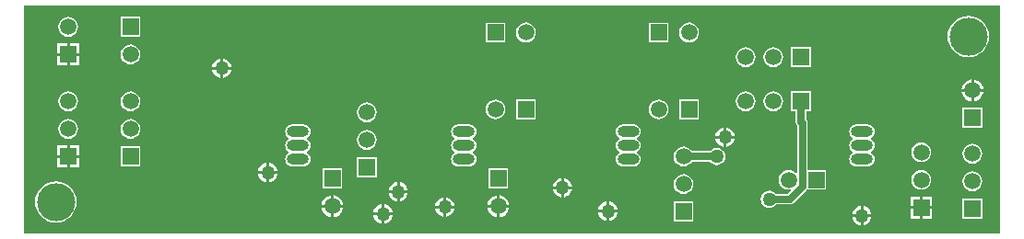
<source format=gbl>
%FSLAX25Y25*%
%MOIN*%
G70*
G01*
G75*
G04 Layer_Physical_Order=2*
G04 Layer_Color=16711680*
%ADD10R,0.04331X0.06693*%
%ADD11R,0.06693X0.04331*%
%ADD12R,0.05906X0.03937*%
%ADD13R,0.11811X0.05512*%
%ADD14R,0.05512X0.11811*%
%ADD15R,0.03937X0.05906*%
%ADD16C,0.02500*%
%ADD17C,0.01000*%
%ADD18C,0.13780*%
%ADD19C,0.05906*%
%ADD20R,0.05906X0.05906*%
%ADD21O,0.07874X0.03937*%
%ADD22O,0.07874X0.03937*%
%ADD23R,0.05906X0.05906*%
%ADD24C,0.05000*%
G36*
X356379Y1122D02*
X3621D01*
Y83878D01*
X356379D01*
Y1122D01*
D02*
G37*
%LPC*%
G36*
X197669Y17169D02*
X194705D01*
X194759Y16756D01*
X195112Y15904D01*
X195673Y15173D01*
X196404Y14612D01*
X197256Y14259D01*
X197669Y14205D01*
Y17169D01*
D02*
G37*
G36*
X142295Y15669D02*
X139331D01*
Y12705D01*
X139744Y12759D01*
X140596Y13112D01*
X141327Y13673D01*
X141888Y14404D01*
X142241Y15256D01*
X142295Y15669D01*
D02*
G37*
G36*
X138331D02*
X135366D01*
X135421Y15256D01*
X135774Y14404D01*
X136335Y13673D01*
X137066Y13112D01*
X137917Y12759D01*
X138331Y12705D01*
Y15669D01*
D02*
G37*
G36*
X346500Y23583D02*
X345573Y23461D01*
X344708Y23103D01*
X343966Y22534D01*
X343397Y21792D01*
X343039Y20927D01*
X342917Y20000D01*
X343039Y19073D01*
X343397Y18208D01*
X343966Y17466D01*
X344708Y16897D01*
X345573Y16539D01*
X346500Y16417D01*
X347427Y16539D01*
X348292Y16897D01*
X349034Y17466D01*
X349603Y18208D01*
X349961Y19073D01*
X350083Y20000D01*
X349961Y20927D01*
X349603Y21792D01*
X349034Y22534D01*
X348292Y23103D01*
X347427Y23461D01*
X346500Y23583D01*
D02*
G37*
G36*
X242000Y22583D02*
X241073Y22461D01*
X240208Y22103D01*
X239466Y21534D01*
X238897Y20792D01*
X238539Y19927D01*
X238417Y19000D01*
X238539Y18073D01*
X238897Y17208D01*
X239466Y16466D01*
X240208Y15897D01*
X241073Y15539D01*
X242000Y15417D01*
X242927Y15539D01*
X243792Y15897D01*
X244534Y16466D01*
X245103Y17208D01*
X245461Y18073D01*
X245583Y19000D01*
X245461Y19927D01*
X245103Y20792D01*
X244534Y21534D01*
X243792Y22103D01*
X242927Y22461D01*
X242000Y22583D01*
D02*
G37*
G36*
X201634Y17169D02*
X198669D01*
Y14205D01*
X199083Y14259D01*
X199934Y14612D01*
X200665Y15173D01*
X201226Y15904D01*
X201579Y16756D01*
X201634Y17169D01*
D02*
G37*
G36*
X114500Y14921D02*
X113968Y14851D01*
X113007Y14453D01*
X112181Y13819D01*
X111547Y12993D01*
X111149Y12032D01*
X111079Y11500D01*
X114500D01*
Y14921D01*
D02*
G37*
G36*
X156169Y14134D02*
Y11169D01*
X159134D01*
X159079Y11583D01*
X158727Y12434D01*
X158166Y13165D01*
X157434Y13726D01*
X156583Y14079D01*
X156169Y14134D01*
D02*
G37*
G36*
X155169D02*
X154756Y14079D01*
X153904Y13726D01*
X153173Y13165D01*
X152612Y12434D01*
X152259Y11583D01*
X152205Y11169D01*
X155169D01*
Y14134D01*
D02*
G37*
G36*
X175500Y14921D02*
Y11500D01*
X178921D01*
X178851Y12032D01*
X178453Y12993D01*
X177819Y13819D01*
X176993Y14453D01*
X176032Y14851D01*
X175500Y14921D01*
D02*
G37*
G36*
X174500D02*
X173968Y14851D01*
X173007Y14453D01*
X172181Y13819D01*
X171547Y12993D01*
X171149Y12032D01*
X171079Y11500D01*
X174500D01*
Y14921D01*
D02*
G37*
G36*
X115500D02*
Y11500D01*
X118921D01*
X118851Y12032D01*
X118453Y12993D01*
X117819Y13819D01*
X116993Y14453D01*
X116032Y14851D01*
X115500Y14921D01*
D02*
G37*
G36*
X138331Y19634D02*
X137917Y19579D01*
X137066Y19227D01*
X136335Y18665D01*
X135774Y17934D01*
X135421Y17083D01*
X135366Y16669D01*
X138331D01*
Y19634D01*
D02*
G37*
G36*
X131053Y28553D02*
X123947D01*
Y21447D01*
X131053D01*
Y28553D01*
D02*
G37*
G36*
X95134Y22669D02*
X92169D01*
Y19705D01*
X92583Y19759D01*
X93434Y20112D01*
X94165Y20673D01*
X94727Y21404D01*
X95079Y22256D01*
X95134Y22669D01*
D02*
G37*
G36*
X91169D02*
X88205D01*
X88259Y22256D01*
X88612Y21404D01*
X89173Y20673D01*
X89904Y20112D01*
X90756Y19759D01*
X91169Y19705D01*
Y22669D01*
D02*
G37*
G36*
X92169Y26634D02*
Y23669D01*
X95134D01*
X95079Y24083D01*
X94727Y24934D01*
X94165Y25666D01*
X93434Y26226D01*
X92583Y26579D01*
X92169Y26634D01*
D02*
G37*
G36*
X91169D02*
X90756Y26579D01*
X89904Y26226D01*
X89173Y25666D01*
X88612Y24934D01*
X88259Y24083D01*
X88205Y23669D01*
X91169D01*
Y26634D01*
D02*
G37*
G36*
X288053Y52553D02*
X280947D01*
Y45447D01*
X282614D01*
Y41500D01*
X282614Y41500D01*
X282614D01*
X282757Y40778D01*
X283114Y40245D01*
Y23056D01*
X282640Y22895D01*
X282534Y23034D01*
X281792Y23603D01*
X280927Y23961D01*
X280000Y24083D01*
X279073Y23961D01*
X278208Y23603D01*
X277466Y23034D01*
X276897Y22292D01*
X276539Y21427D01*
X276417Y20500D01*
X276539Y19573D01*
X276897Y18708D01*
X277466Y17966D01*
X278208Y17397D01*
X279073Y17039D01*
X280000Y16917D01*
X280667Y17004D01*
X280889Y16556D01*
X279719Y15386D01*
X275460D01*
X275211Y15711D01*
X274563Y16208D01*
X273809Y16520D01*
X273000Y16627D01*
X272191Y16520D01*
X271437Y16208D01*
X270789Y15711D01*
X270292Y15063D01*
X269980Y14309D01*
X269873Y13500D01*
X269980Y12691D01*
X270292Y11937D01*
X270789Y11289D01*
X271437Y10792D01*
X272191Y10480D01*
X273000Y10373D01*
X273809Y10480D01*
X274563Y10792D01*
X275211Y11289D01*
X275460Y11614D01*
X280500D01*
X281222Y11757D01*
X281834Y12166D01*
X286334Y16666D01*
X286522Y16947D01*
X293553D01*
Y24053D01*
X286886D01*
Y41000D01*
X286743Y41722D01*
X286386Y42255D01*
Y45447D01*
X288053D01*
Y52553D01*
D02*
G37*
G36*
X118553Y24553D02*
X111447D01*
Y17447D01*
X118553D01*
Y24553D01*
D02*
G37*
G36*
X328000Y24083D02*
X327073Y23961D01*
X326208Y23603D01*
X325466Y23034D01*
X324897Y22292D01*
X324539Y21427D01*
X324417Y20500D01*
X324539Y19573D01*
X324897Y18708D01*
X325466Y17966D01*
X326208Y17397D01*
X327073Y17039D01*
X328000Y16917D01*
X328927Y17039D01*
X329792Y17397D01*
X330534Y17966D01*
X331103Y18708D01*
X331461Y19573D01*
X331583Y20500D01*
X331461Y21427D01*
X331103Y22292D01*
X330534Y23034D01*
X329792Y23603D01*
X328927Y23961D01*
X328000Y24083D01*
D02*
G37*
G36*
X139331Y19634D02*
Y16669D01*
X142295D01*
X142241Y17083D01*
X141888Y17934D01*
X141327Y18665D01*
X140596Y19227D01*
X139744Y19579D01*
X139331Y19634D01*
D02*
G37*
G36*
X198669Y21134D02*
Y18169D01*
X201634D01*
X201579Y18583D01*
X201226Y19434D01*
X200665Y20166D01*
X199934Y20727D01*
X199083Y21079D01*
X198669Y21134D01*
D02*
G37*
G36*
X197669D02*
X197256Y21079D01*
X196404Y20727D01*
X195673Y20166D01*
X195112Y19434D01*
X194759Y18583D01*
X194705Y18169D01*
X197669D01*
Y21134D01*
D02*
G37*
G36*
X178553Y24553D02*
X171447D01*
Y17447D01*
X178553D01*
Y24553D01*
D02*
G37*
G36*
X350053Y13553D02*
X342947D01*
Y6447D01*
X350053D01*
Y13553D01*
D02*
G37*
G36*
X218134Y8669D02*
X215169D01*
Y5705D01*
X215583Y5759D01*
X216434Y6112D01*
X217165Y6673D01*
X217726Y7404D01*
X218079Y8256D01*
X218134Y8669D01*
D02*
G37*
G36*
X214169D02*
X211205D01*
X211259Y8256D01*
X211612Y7404D01*
X212173Y6673D01*
X212904Y6112D01*
X213756Y5759D01*
X214169Y5705D01*
Y8669D01*
D02*
G37*
G36*
X114500Y10500D02*
X111079D01*
X111149Y9968D01*
X111547Y9007D01*
X112181Y8181D01*
X113007Y7547D01*
X113968Y7149D01*
X114500Y7079D01*
Y10500D01*
D02*
G37*
G36*
X331953Y10000D02*
X328500D01*
Y6547D01*
X331953D01*
Y10000D01*
D02*
G37*
G36*
X327500D02*
X324047D01*
Y6547D01*
X327500D01*
Y10000D01*
D02*
G37*
G36*
X132831Y7669D02*
X129866D01*
X129921Y7256D01*
X130273Y6404D01*
X130834Y5673D01*
X131566Y5112D01*
X132417Y4759D01*
X132831Y4705D01*
Y7669D01*
D02*
G37*
G36*
X309964Y7000D02*
X307000D01*
Y4036D01*
X307414Y4090D01*
X308265Y4443D01*
X308996Y5004D01*
X309557Y5735D01*
X309910Y6586D01*
X309964Y7000D01*
D02*
G37*
G36*
X306000D02*
X303036D01*
X303090Y6586D01*
X303443Y5735D01*
X304004Y5004D01*
X304735Y4443D01*
X305586Y4090D01*
X306000Y4036D01*
Y7000D01*
D02*
G37*
G36*
X245553Y12553D02*
X238447D01*
Y5447D01*
X245553D01*
Y12553D01*
D02*
G37*
G36*
X15000Y20026D02*
X13532Y19881D01*
X12120Y19453D01*
X10819Y18758D01*
X9678Y17822D01*
X8742Y16681D01*
X8047Y15380D01*
X7619Y13968D01*
X7474Y12500D01*
X7619Y11032D01*
X8047Y9620D01*
X8742Y8319D01*
X9678Y7178D01*
X10819Y6242D01*
X12120Y5547D01*
X13532Y5119D01*
X15000Y4974D01*
X16468Y5119D01*
X17880Y5547D01*
X19181Y6242D01*
X20322Y7178D01*
X21258Y8319D01*
X21953Y9620D01*
X22381Y11032D01*
X22526Y12500D01*
X22381Y13968D01*
X21953Y15380D01*
X21258Y16681D01*
X20322Y17822D01*
X19181Y18758D01*
X17880Y19453D01*
X16468Y19881D01*
X15000Y20026D01*
D02*
G37*
G36*
X136795Y7669D02*
X133831D01*
Y4705D01*
X134244Y4759D01*
X135096Y5112D01*
X135827Y5673D01*
X136388Y6404D01*
X136741Y7256D01*
X136795Y7669D01*
D02*
G37*
G36*
X118921Y10500D02*
X115500D01*
Y7079D01*
X116032Y7149D01*
X116993Y7547D01*
X117819Y8181D01*
X118453Y9007D01*
X118851Y9968D01*
X118921Y10500D01*
D02*
G37*
G36*
X214169Y12634D02*
X213756Y12579D01*
X212904Y12227D01*
X212173Y11665D01*
X211612Y10934D01*
X211259Y10083D01*
X211205Y9669D01*
X214169D01*
Y12634D01*
D02*
G37*
G36*
X133831Y11634D02*
Y8669D01*
X136795D01*
X136741Y9083D01*
X136388Y9934D01*
X135827Y10666D01*
X135096Y11226D01*
X134244Y11579D01*
X133831Y11634D01*
D02*
G37*
G36*
X132831D02*
X132417Y11579D01*
X131566Y11226D01*
X130834Y10666D01*
X130273Y9934D01*
X129921Y9083D01*
X129866Y8669D01*
X132831D01*
Y11634D01*
D02*
G37*
G36*
X331953Y14453D02*
X328500D01*
Y11000D01*
X331953D01*
Y14453D01*
D02*
G37*
G36*
X327500D02*
X324047D01*
Y11000D01*
X327500D01*
Y14453D01*
D02*
G37*
G36*
X215169Y12634D02*
Y9669D01*
X218134D01*
X218079Y10083D01*
X217726Y10934D01*
X217165Y11665D01*
X216434Y12227D01*
X215583Y12579D01*
X215169Y12634D01*
D02*
G37*
G36*
X155169Y10169D02*
X152205D01*
X152259Y9756D01*
X152612Y8904D01*
X153173Y8173D01*
X153904Y7612D01*
X154756Y7259D01*
X155169Y7205D01*
Y10169D01*
D02*
G37*
G36*
X178921Y10500D02*
X175500D01*
Y7079D01*
X176032Y7149D01*
X176993Y7547D01*
X177819Y8181D01*
X178453Y9007D01*
X178851Y9968D01*
X178921Y10500D01*
D02*
G37*
G36*
X174500D02*
X171079D01*
X171149Y9968D01*
X171547Y9007D01*
X172181Y8181D01*
X173007Y7547D01*
X173968Y7149D01*
X174500Y7079D01*
Y10500D01*
D02*
G37*
G36*
X307000Y10964D02*
Y8000D01*
X309964D01*
X309910Y8414D01*
X309557Y9265D01*
X308996Y9996D01*
X308265Y10557D01*
X307414Y10910D01*
X307000Y10964D01*
D02*
G37*
G36*
X306000D02*
X305586Y10910D01*
X304735Y10557D01*
X304004Y9996D01*
X303443Y9265D01*
X303090Y8414D01*
X303036Y8000D01*
X306000D01*
Y10964D01*
D02*
G37*
G36*
X159134Y10169D02*
X156169D01*
Y7205D01*
X156583Y7259D01*
X157434Y7612D01*
X158166Y8173D01*
X158727Y8904D01*
X159079Y9756D01*
X159134Y10169D01*
D02*
G37*
G36*
X19000Y28500D02*
X15547D01*
Y25047D01*
X19000D01*
Y28500D01*
D02*
G37*
G36*
X264500Y68583D02*
X263573Y68461D01*
X262708Y68103D01*
X261966Y67534D01*
X261397Y66792D01*
X261039Y65927D01*
X260917Y65000D01*
X261039Y64073D01*
X261397Y63208D01*
X261966Y62466D01*
X262708Y61897D01*
X263573Y61539D01*
X264500Y61417D01*
X265427Y61539D01*
X266292Y61897D01*
X267034Y62466D01*
X267603Y63208D01*
X267961Y64073D01*
X268083Y65000D01*
X267961Y65927D01*
X267603Y66792D01*
X267034Y67534D01*
X266292Y68103D01*
X265427Y68461D01*
X264500Y68583D01*
D02*
G37*
G36*
X78464Y60500D02*
X75500D01*
Y57536D01*
X75914Y57590D01*
X76765Y57943D01*
X77496Y58504D01*
X78057Y59235D01*
X78410Y60086D01*
X78464Y60500D01*
D02*
G37*
G36*
X74500D02*
X71536D01*
X71590Y60086D01*
X71943Y59235D01*
X72504Y58504D01*
X73235Y57943D01*
X74086Y57590D01*
X74500Y57536D01*
Y60500D01*
D02*
G37*
G36*
Y64464D02*
X74086Y64410D01*
X73235Y64057D01*
X72504Y63496D01*
X71943Y62765D01*
X71590Y61914D01*
X71536Y61500D01*
X74500D01*
Y64464D01*
D02*
G37*
G36*
X288053Y68553D02*
X280947D01*
Y61447D01*
X288053D01*
Y68553D01*
D02*
G37*
G36*
X274500Y68583D02*
X273573Y68461D01*
X272708Y68103D01*
X271966Y67534D01*
X271397Y66792D01*
X271039Y65927D01*
X270917Y65000D01*
X271039Y64073D01*
X271397Y63208D01*
X271966Y62466D01*
X272708Y61897D01*
X273573Y61539D01*
X274500Y61417D01*
X275427Y61539D01*
X276292Y61897D01*
X277034Y62466D01*
X277603Y63208D01*
X277961Y64073D01*
X278083Y65000D01*
X277961Y65927D01*
X277603Y66792D01*
X277034Y67534D01*
X276292Y68103D01*
X275427Y68461D01*
X274500Y68583D01*
D02*
G37*
G36*
X346000Y52500D02*
X342579D01*
X342649Y51968D01*
X343047Y51007D01*
X343681Y50181D01*
X344507Y49547D01*
X345468Y49149D01*
X346000Y49079D01*
Y52500D01*
D02*
G37*
G36*
X274500Y52583D02*
X273573Y52461D01*
X272708Y52103D01*
X271966Y51534D01*
X271397Y50792D01*
X271039Y49927D01*
X270917Y49000D01*
X271039Y48073D01*
X271397Y47208D01*
X271966Y46466D01*
X272708Y45897D01*
X273573Y45539D01*
X274500Y45417D01*
X275427Y45539D01*
X276292Y45897D01*
X277034Y46466D01*
X277603Y47208D01*
X277961Y48073D01*
X278083Y49000D01*
X277961Y49927D01*
X277603Y50792D01*
X277034Y51534D01*
X276292Y52103D01*
X275427Y52461D01*
X274500Y52583D01*
D02*
G37*
G36*
X264500D02*
X263573Y52461D01*
X262708Y52103D01*
X261966Y51534D01*
X261397Y50792D01*
X261039Y49927D01*
X260917Y49000D01*
X261039Y48073D01*
X261397Y47208D01*
X261966Y46466D01*
X262708Y45897D01*
X263573Y45539D01*
X264500Y45417D01*
X265427Y45539D01*
X266292Y45897D01*
X267034Y46466D01*
X267603Y47208D01*
X267961Y48073D01*
X268083Y49000D01*
X267961Y49927D01*
X267603Y50792D01*
X267034Y51534D01*
X266292Y52103D01*
X265427Y52461D01*
X264500Y52583D01*
D02*
G37*
G36*
X347000Y56921D02*
Y53500D01*
X350421D01*
X350351Y54032D01*
X349953Y54993D01*
X349319Y55819D01*
X348493Y56453D01*
X347532Y56851D01*
X347000Y56921D01*
D02*
G37*
G36*
X346000D02*
X345468Y56851D01*
X344507Y56453D01*
X343681Y55819D01*
X343047Y54993D01*
X342649Y54032D01*
X342579Y53500D01*
X346000D01*
Y56921D01*
D02*
G37*
G36*
X350421Y52500D02*
X347000D01*
Y49079D01*
X347532Y49149D01*
X348493Y49547D01*
X349319Y50181D01*
X349953Y51007D01*
X350351Y51968D01*
X350421Y52500D01*
D02*
G37*
G36*
X75500Y64464D02*
Y61500D01*
X78464D01*
X78410Y61914D01*
X78057Y62765D01*
X77496Y63496D01*
X76765Y64057D01*
X75914Y64410D01*
X75500Y64464D01*
D02*
G37*
G36*
X177553Y77529D02*
X170447D01*
Y70424D01*
X177553D01*
Y77529D01*
D02*
G37*
G36*
X244000Y77560D02*
X243073Y77438D01*
X242208Y77080D01*
X241466Y76510D01*
X240897Y75768D01*
X240539Y74904D01*
X240417Y73976D01*
X240539Y73049D01*
X240897Y72185D01*
X241466Y71443D01*
X242208Y70873D01*
X243073Y70515D01*
X244000Y70393D01*
X244927Y70515D01*
X245792Y70873D01*
X246534Y71443D01*
X247103Y72185D01*
X247461Y73049D01*
X247583Y73976D01*
X247461Y74904D01*
X247103Y75768D01*
X246534Y76510D01*
X245792Y77080D01*
X244927Y77438D01*
X244000Y77560D01*
D02*
G37*
G36*
X185000D02*
X184073Y77438D01*
X183208Y77080D01*
X182466Y76510D01*
X181897Y75768D01*
X181539Y74904D01*
X181417Y73976D01*
X181539Y73049D01*
X181897Y72185D01*
X182466Y71443D01*
X183208Y70873D01*
X184073Y70515D01*
X185000Y70393D01*
X185927Y70515D01*
X186792Y70873D01*
X187534Y71443D01*
X188103Y72185D01*
X188461Y73049D01*
X188583Y73976D01*
X188461Y74904D01*
X188103Y75768D01*
X187534Y76510D01*
X186792Y77080D01*
X185927Y77438D01*
X185000Y77560D01*
D02*
G37*
G36*
X45553Y79553D02*
X38447D01*
Y72447D01*
X45553D01*
Y79553D01*
D02*
G37*
G36*
X19500Y79583D02*
X18573Y79461D01*
X17708Y79103D01*
X16966Y78534D01*
X16397Y77792D01*
X16039Y76927D01*
X15917Y76000D01*
X16039Y75073D01*
X16397Y74208D01*
X16966Y73466D01*
X17708Y72897D01*
X18573Y72539D01*
X19500Y72417D01*
X20427Y72539D01*
X21292Y72897D01*
X22034Y73466D01*
X22603Y74208D01*
X22961Y75073D01*
X23083Y76000D01*
X22961Y76927D01*
X22603Y77792D01*
X22034Y78534D01*
X21292Y79103D01*
X20427Y79461D01*
X19500Y79583D01*
D02*
G37*
G36*
X236553Y77529D02*
X229447D01*
Y70424D01*
X236553D01*
Y77529D01*
D02*
G37*
G36*
X42000Y69583D02*
X41073Y69461D01*
X40208Y69103D01*
X39466Y68534D01*
X38897Y67792D01*
X38539Y66927D01*
X38417Y66000D01*
X38539Y65073D01*
X38897Y64208D01*
X39466Y63466D01*
X40208Y62897D01*
X41073Y62539D01*
X42000Y62417D01*
X42927Y62539D01*
X43792Y62897D01*
X44534Y63466D01*
X45103Y64208D01*
X45461Y65073D01*
X45583Y66000D01*
X45461Y66927D01*
X45103Y67792D01*
X44534Y68534D01*
X43792Y69103D01*
X42927Y69461D01*
X42000Y69583D01*
D02*
G37*
G36*
X23453Y65500D02*
X20000D01*
Y62047D01*
X23453D01*
Y65500D01*
D02*
G37*
G36*
X19000D02*
X15547D01*
Y62047D01*
X19000D01*
Y65500D01*
D02*
G37*
G36*
X23453Y69953D02*
X20000D01*
Y66500D01*
X23453D01*
Y69953D01*
D02*
G37*
G36*
X19000D02*
X15547D01*
Y66500D01*
X19000D01*
Y69953D01*
D02*
G37*
G36*
X345000Y80026D02*
X343532Y79881D01*
X342120Y79453D01*
X340819Y78758D01*
X339678Y77822D01*
X338742Y76681D01*
X338047Y75380D01*
X337619Y73968D01*
X337474Y72500D01*
X337619Y71032D01*
X338047Y69620D01*
X338742Y68319D01*
X339678Y67178D01*
X340819Y66242D01*
X342120Y65547D01*
X343532Y65119D01*
X345000Y64974D01*
X346468Y65119D01*
X347880Y65547D01*
X349181Y66242D01*
X350322Y67178D01*
X351258Y68319D01*
X351953Y69620D01*
X352381Y71032D01*
X352526Y72500D01*
X352381Y73968D01*
X351953Y75380D01*
X351258Y76681D01*
X350322Y77822D01*
X349181Y78758D01*
X347880Y79453D01*
X346468Y79881D01*
X345000Y80026D01*
D02*
G37*
G36*
X42000Y52583D02*
X41073Y52461D01*
X40208Y52103D01*
X39466Y51534D01*
X38897Y50792D01*
X38539Y49927D01*
X38417Y49000D01*
X38539Y48073D01*
X38897Y47208D01*
X39466Y46466D01*
X40208Y45897D01*
X41073Y45539D01*
X42000Y45417D01*
X42927Y45539D01*
X43792Y45897D01*
X44534Y46466D01*
X45103Y47208D01*
X45461Y48073D01*
X45583Y49000D01*
X45461Y49927D01*
X45103Y50792D01*
X44534Y51534D01*
X43792Y52103D01*
X42927Y52461D01*
X42000Y52583D01*
D02*
G37*
G36*
X328000Y34083D02*
X327073Y33961D01*
X326208Y33603D01*
X325466Y33034D01*
X324897Y32292D01*
X324539Y31427D01*
X324417Y30500D01*
X324539Y29573D01*
X324897Y28708D01*
X325466Y27966D01*
X326208Y27397D01*
X327073Y27039D01*
X328000Y26917D01*
X328927Y27039D01*
X329792Y27397D01*
X330534Y27966D01*
X331103Y28708D01*
X331461Y29573D01*
X331583Y30500D01*
X331461Y31427D01*
X331103Y32292D01*
X330534Y33034D01*
X329792Y33603D01*
X328927Y33961D01*
X328000Y34083D01*
D02*
G37*
G36*
X346500Y33583D02*
X345573Y33461D01*
X344708Y33103D01*
X343966Y32534D01*
X343397Y31792D01*
X343039Y30927D01*
X342917Y30000D01*
X343039Y29073D01*
X343397Y28208D01*
X343966Y27466D01*
X344708Y26897D01*
X345573Y26539D01*
X346500Y26417D01*
X347427Y26539D01*
X348292Y26897D01*
X349034Y27466D01*
X349603Y28208D01*
X349961Y29073D01*
X350083Y30000D01*
X349961Y30927D01*
X349603Y31792D01*
X349034Y32534D01*
X348292Y33103D01*
X347427Y33461D01*
X346500Y33583D01*
D02*
G37*
G36*
X242000Y32583D02*
X241073Y32461D01*
X240208Y32103D01*
X239466Y31534D01*
X238897Y30792D01*
X238539Y29927D01*
X238417Y29000D01*
X238539Y28073D01*
X238897Y27208D01*
X239466Y26466D01*
X240208Y25897D01*
X241073Y25539D01*
X242000Y25417D01*
X242927Y25539D01*
X243792Y25897D01*
X244534Y26466D01*
X245031Y27114D01*
X251540D01*
X251789Y26789D01*
X252437Y26292D01*
X253191Y25980D01*
X254000Y25873D01*
X254809Y25980D01*
X255563Y26292D01*
X256211Y26789D01*
X256708Y27437D01*
X257020Y28191D01*
X257127Y29000D01*
X257020Y29809D01*
X256708Y30563D01*
X256211Y31211D01*
X255563Y31708D01*
X254809Y32020D01*
X254000Y32127D01*
X253191Y32020D01*
X252437Y31708D01*
X251789Y31211D01*
X251540Y30886D01*
X245031D01*
X244534Y31534D01*
X243792Y32103D01*
X242927Y32461D01*
X242000Y32583D01*
D02*
G37*
G36*
X127500Y38583D02*
X126573Y38461D01*
X125708Y38103D01*
X124966Y37534D01*
X124397Y36792D01*
X124039Y35927D01*
X123917Y35000D01*
X124039Y34073D01*
X124397Y33208D01*
X124966Y32466D01*
X125708Y31897D01*
X126573Y31539D01*
X127500Y31417D01*
X128427Y31539D01*
X129292Y31897D01*
X130034Y32466D01*
X130603Y33208D01*
X130961Y34073D01*
X131083Y35000D01*
X130961Y35927D01*
X130603Y36792D01*
X130034Y37534D01*
X129292Y38103D01*
X128427Y38461D01*
X127500Y38583D01*
D02*
G37*
G36*
X23453Y32953D02*
X20000D01*
Y29500D01*
X23453D01*
Y32953D01*
D02*
G37*
G36*
X19000D02*
X15547D01*
Y29500D01*
X19000D01*
Y32953D01*
D02*
G37*
G36*
X164469Y40591D02*
X160531D01*
X159861Y40502D01*
X159236Y40244D01*
X158700Y39832D01*
X158288Y39295D01*
X158029Y38671D01*
X157941Y38000D01*
X158029Y37330D01*
X158288Y36705D01*
X158700Y36168D01*
X159236Y35756D01*
X159252Y35750D01*
Y35250D01*
X159236Y35244D01*
X158700Y34832D01*
X158288Y34295D01*
X158029Y33670D01*
X157941Y33000D01*
X158029Y32329D01*
X158288Y31705D01*
X158700Y31168D01*
X159236Y30756D01*
X159252Y30750D01*
Y30250D01*
X159236Y30244D01*
X158700Y29832D01*
X158288Y29295D01*
X158029Y28670D01*
X157941Y28000D01*
X158029Y27329D01*
X158288Y26705D01*
X158700Y26168D01*
X159236Y25756D01*
X159861Y25498D01*
X160531Y25409D01*
X164469D01*
X165139Y25498D01*
X165764Y25756D01*
X166300Y26168D01*
X166712Y26705D01*
X166971Y27329D01*
X167059Y28000D01*
X166971Y28670D01*
X166712Y29295D01*
X166300Y29832D01*
X165764Y30244D01*
X165748Y30250D01*
Y30750D01*
X165764Y30756D01*
X166300Y31168D01*
X166712Y31705D01*
X166971Y32329D01*
X167059Y33000D01*
X166971Y33670D01*
X166712Y34295D01*
X166300Y34832D01*
X165764Y35244D01*
X165748Y35250D01*
Y35750D01*
X165764Y35756D01*
X166300Y36168D01*
X166712Y36705D01*
X166971Y37330D01*
X167059Y38000D01*
X166971Y38671D01*
X166712Y39295D01*
X166300Y39832D01*
X165764Y40244D01*
X165139Y40502D01*
X164469Y40591D01*
D02*
G37*
G36*
X104469D02*
X100531D01*
X99861Y40502D01*
X99236Y40244D01*
X98700Y39832D01*
X98288Y39295D01*
X98029Y38671D01*
X97941Y38000D01*
X98029Y37330D01*
X98288Y36705D01*
X98700Y36168D01*
X99236Y35756D01*
X99252Y35750D01*
Y35250D01*
X99236Y35244D01*
X98700Y34832D01*
X98288Y34295D01*
X98029Y33670D01*
X97941Y33000D01*
X98029Y32329D01*
X98288Y31705D01*
X98700Y31168D01*
X99236Y30756D01*
X99252Y30750D01*
Y30250D01*
X99236Y30244D01*
X98700Y29832D01*
X98288Y29295D01*
X98029Y28670D01*
X97941Y28000D01*
X98029Y27329D01*
X98288Y26705D01*
X98700Y26168D01*
X99236Y25756D01*
X99861Y25498D01*
X100531Y25409D01*
X104469D01*
X105139Y25498D01*
X105764Y25756D01*
X106300Y26168D01*
X106712Y26705D01*
X106971Y27329D01*
X107059Y28000D01*
X106971Y28670D01*
X106712Y29295D01*
X106300Y29832D01*
X105764Y30244D01*
X105748Y30250D01*
Y30750D01*
X105764Y30756D01*
X106300Y31168D01*
X106712Y31705D01*
X106971Y32329D01*
X107059Y33000D01*
X106971Y33670D01*
X106712Y34295D01*
X106300Y34832D01*
X105764Y35244D01*
X105748Y35250D01*
Y35750D01*
X105764Y35756D01*
X106300Y36168D01*
X106712Y36705D01*
X106971Y37330D01*
X107059Y38000D01*
X106971Y38671D01*
X106712Y39295D01*
X106300Y39832D01*
X105764Y40244D01*
X105139Y40502D01*
X104469Y40591D01*
D02*
G37*
G36*
X23453Y28500D02*
X20000D01*
Y25047D01*
X23453D01*
Y28500D01*
D02*
G37*
G36*
X45553Y32553D02*
X38447D01*
Y25447D01*
X45553D01*
Y32553D01*
D02*
G37*
G36*
X308469Y40591D02*
X304532D01*
X303861Y40502D01*
X303236Y40244D01*
X302700Y39832D01*
X302288Y39295D01*
X302029Y38671D01*
X301941Y38000D01*
X302029Y37330D01*
X302288Y36705D01*
X302700Y36168D01*
X303236Y35756D01*
X303252Y35750D01*
Y35250D01*
X303236Y35244D01*
X302700Y34832D01*
X302288Y34295D01*
X302029Y33670D01*
X301941Y33000D01*
X302029Y32329D01*
X302288Y31705D01*
X302700Y31168D01*
X303236Y30756D01*
X303252Y30750D01*
Y30250D01*
X303236Y30244D01*
X302700Y29832D01*
X302288Y29295D01*
X302029Y28670D01*
X301941Y28000D01*
X302029Y27329D01*
X302288Y26705D01*
X302700Y26168D01*
X303236Y25756D01*
X303861Y25498D01*
X304532Y25409D01*
X308469D01*
X309139Y25498D01*
X309764Y25756D01*
X310300Y26168D01*
X310712Y26705D01*
X310971Y27329D01*
X311059Y28000D01*
X310971Y28670D01*
X310712Y29295D01*
X310300Y29832D01*
X309764Y30244D01*
X309748Y30250D01*
Y30750D01*
X309764Y30756D01*
X310300Y31168D01*
X310712Y31705D01*
X310971Y32329D01*
X311059Y33000D01*
X310971Y33670D01*
X310712Y34295D01*
X310300Y34832D01*
X309764Y35244D01*
X309748Y35250D01*
Y35750D01*
X309764Y35756D01*
X310300Y36168D01*
X310712Y36705D01*
X310971Y37330D01*
X311059Y38000D01*
X310971Y38671D01*
X310712Y39295D01*
X310300Y39832D01*
X309764Y40244D01*
X309139Y40502D01*
X308469Y40591D01*
D02*
G37*
G36*
X223969D02*
X220031D01*
X219361Y40502D01*
X218736Y40244D01*
X218200Y39832D01*
X217788Y39295D01*
X217529Y38671D01*
X217441Y38000D01*
X217529Y37330D01*
X217788Y36705D01*
X218200Y36168D01*
X218736Y35756D01*
X218752Y35750D01*
Y35250D01*
X218736Y35244D01*
X218200Y34832D01*
X217788Y34295D01*
X217529Y33670D01*
X217441Y33000D01*
X217529Y32329D01*
X217788Y31705D01*
X218200Y31168D01*
X218736Y30756D01*
X218752Y30750D01*
Y30250D01*
X218736Y30244D01*
X218200Y29832D01*
X217788Y29295D01*
X217529Y28670D01*
X217441Y28000D01*
X217529Y27329D01*
X217788Y26705D01*
X218200Y26168D01*
X218736Y25756D01*
X219361Y25498D01*
X220031Y25409D01*
X223969D01*
X224639Y25498D01*
X225264Y25756D01*
X225800Y26168D01*
X226212Y26705D01*
X226471Y27329D01*
X226559Y28000D01*
X226471Y28670D01*
X226212Y29295D01*
X225800Y29832D01*
X225264Y30244D01*
X225248Y30250D01*
Y30750D01*
X225264Y30756D01*
X225800Y31168D01*
X226212Y31705D01*
X226471Y32329D01*
X226559Y33000D01*
X226471Y33670D01*
X226212Y34295D01*
X225800Y34832D01*
X225264Y35244D01*
X225248Y35250D01*
Y35750D01*
X225264Y35756D01*
X225800Y36168D01*
X226212Y36705D01*
X226471Y37330D01*
X226559Y38000D01*
X226471Y38671D01*
X226212Y39295D01*
X225800Y39832D01*
X225264Y40244D01*
X224639Y40502D01*
X223969Y40591D01*
D02*
G37*
G36*
X256500Y35500D02*
X253536D01*
X253590Y35086D01*
X253943Y34235D01*
X254504Y33504D01*
X255235Y32943D01*
X256086Y32590D01*
X256500Y32536D01*
Y35500D01*
D02*
G37*
G36*
X233000Y49607D02*
X232073Y49485D01*
X231208Y49127D01*
X230466Y48557D01*
X229897Y47815D01*
X229539Y46951D01*
X229417Y46024D01*
X229539Y45096D01*
X229897Y44232D01*
X230466Y43490D01*
X231208Y42920D01*
X232073Y42562D01*
X233000Y42440D01*
X233927Y42562D01*
X234792Y42920D01*
X235534Y43490D01*
X236103Y44232D01*
X236461Y45096D01*
X236583Y46024D01*
X236461Y46951D01*
X236103Y47815D01*
X235534Y48557D01*
X234792Y49127D01*
X233927Y49485D01*
X233000Y49607D01*
D02*
G37*
G36*
X174000D02*
X173073Y49485D01*
X172208Y49127D01*
X171466Y48557D01*
X170897Y47815D01*
X170539Y46951D01*
X170417Y46024D01*
X170539Y45096D01*
X170897Y44232D01*
X171466Y43490D01*
X172208Y42920D01*
X173073Y42562D01*
X174000Y42440D01*
X174927Y42562D01*
X175792Y42920D01*
X176534Y43490D01*
X177103Y44232D01*
X177461Y45096D01*
X177583Y46024D01*
X177461Y46951D01*
X177103Y47815D01*
X176534Y48557D01*
X175792Y49127D01*
X174927Y49485D01*
X174000Y49607D01*
D02*
G37*
G36*
X127500Y48583D02*
X126573Y48461D01*
X125708Y48103D01*
X124966Y47534D01*
X124397Y46792D01*
X124039Y45927D01*
X123917Y45000D01*
X124039Y44073D01*
X124397Y43208D01*
X124966Y42466D01*
X125708Y41897D01*
X126573Y41539D01*
X127500Y41417D01*
X128427Y41539D01*
X129292Y41897D01*
X130034Y42466D01*
X130603Y43208D01*
X130961Y44073D01*
X131083Y45000D01*
X130961Y45927D01*
X130603Y46792D01*
X130034Y47534D01*
X129292Y48103D01*
X128427Y48461D01*
X127500Y48583D01*
D02*
G37*
G36*
X19500Y52583D02*
X18573Y52461D01*
X17708Y52103D01*
X16966Y51534D01*
X16397Y50792D01*
X16039Y49927D01*
X15917Y49000D01*
X16039Y48073D01*
X16397Y47208D01*
X16966Y46466D01*
X17708Y45897D01*
X18573Y45539D01*
X19500Y45417D01*
X20427Y45539D01*
X21292Y45897D01*
X22034Y46466D01*
X22603Y47208D01*
X22961Y48073D01*
X23083Y49000D01*
X22961Y49927D01*
X22603Y50792D01*
X22034Y51534D01*
X21292Y52103D01*
X20427Y52461D01*
X19500Y52583D01*
D02*
G37*
G36*
X247553Y49576D02*
X240447D01*
Y42471D01*
X247553D01*
Y49576D01*
D02*
G37*
G36*
X188553D02*
X181447D01*
Y42471D01*
X188553D01*
Y49576D01*
D02*
G37*
G36*
X42000Y42583D02*
X41073Y42461D01*
X40208Y42103D01*
X39466Y41534D01*
X38897Y40792D01*
X38539Y39927D01*
X38417Y39000D01*
X38539Y38073D01*
X38897Y37208D01*
X39466Y36466D01*
X40208Y35897D01*
X41073Y35539D01*
X42000Y35417D01*
X42927Y35539D01*
X43792Y35897D01*
X44534Y36466D01*
X45103Y37208D01*
X45461Y38073D01*
X45583Y39000D01*
X45461Y39927D01*
X45103Y40792D01*
X44534Y41534D01*
X43792Y42103D01*
X42927Y42461D01*
X42000Y42583D01*
D02*
G37*
G36*
X19500D02*
X18573Y42461D01*
X17708Y42103D01*
X16966Y41534D01*
X16397Y40792D01*
X16039Y39927D01*
X15917Y39000D01*
X16039Y38073D01*
X16397Y37208D01*
X16966Y36466D01*
X17708Y35897D01*
X18573Y35539D01*
X19500Y35417D01*
X20427Y35539D01*
X21292Y35897D01*
X22034Y36466D01*
X22603Y37208D01*
X22961Y38073D01*
X23083Y39000D01*
X22961Y39927D01*
X22603Y40792D01*
X22034Y41534D01*
X21292Y42103D01*
X20427Y42461D01*
X19500Y42583D01*
D02*
G37*
G36*
X260464Y35500D02*
X257500D01*
Y32536D01*
X257914Y32590D01*
X258765Y32943D01*
X259496Y33504D01*
X260057Y34235D01*
X260410Y35086D01*
X260464Y35500D01*
D02*
G37*
G36*
X350053Y46553D02*
X342947D01*
Y39447D01*
X350053D01*
Y46553D01*
D02*
G37*
G36*
X257500Y39464D02*
Y36500D01*
X260464D01*
X260410Y36914D01*
X260057Y37765D01*
X259496Y38496D01*
X258765Y39057D01*
X257914Y39410D01*
X257500Y39464D01*
D02*
G37*
G36*
X256500D02*
X256086Y39410D01*
X255235Y39057D01*
X254504Y38496D01*
X253943Y37765D01*
X253590Y36914D01*
X253536Y36500D01*
X256500D01*
Y39464D01*
D02*
G37*
%LPD*%
D16*
X284500Y41500D02*
Y49000D01*
Y41500D02*
X285000Y41000D01*
Y18000D02*
Y41000D01*
X280500Y13500D02*
X285000Y18000D01*
X273000Y13500D02*
X280500D01*
X242000Y29000D02*
X254000D01*
D18*
X345000Y72500D02*
D03*
X15000Y12500D02*
D03*
D19*
X346500Y53000D02*
D03*
Y30000D02*
D03*
Y20000D02*
D03*
X328000Y30500D02*
D03*
Y20500D02*
D03*
X264500Y49000D02*
D03*
X274500D02*
D03*
X264500Y65000D02*
D03*
X274500D02*
D03*
X242000Y29000D02*
D03*
Y19000D02*
D03*
X280000Y20500D02*
D03*
X19500Y76000D02*
D03*
X42000Y66000D02*
D03*
Y49000D02*
D03*
Y39000D02*
D03*
X19500Y49000D02*
D03*
Y39000D02*
D03*
X115000Y11000D02*
D03*
X127500Y45000D02*
D03*
Y35000D02*
D03*
X185000Y73976D02*
D03*
X174000Y46024D02*
D03*
X175000Y11000D02*
D03*
X244000Y73976D02*
D03*
X233000Y46024D02*
D03*
D20*
X346500Y43000D02*
D03*
Y10000D02*
D03*
X328000Y10500D02*
D03*
X242000Y9000D02*
D03*
X19500Y66000D02*
D03*
X42000Y76000D02*
D03*
Y29000D02*
D03*
X19500D02*
D03*
X115000Y21000D02*
D03*
X127500Y25000D02*
D03*
X185000Y46024D02*
D03*
X174000Y73976D02*
D03*
X175000Y21000D02*
D03*
X244000Y46024D02*
D03*
X233000Y73976D02*
D03*
D21*
X306500Y28000D02*
D03*
Y38000D02*
D03*
X222000Y28000D02*
D03*
Y38000D02*
D03*
X162500Y28000D02*
D03*
Y38000D02*
D03*
X102500Y28000D02*
D03*
Y38000D02*
D03*
D22*
X306500Y33000D02*
D03*
X222000D02*
D03*
X162500D02*
D03*
X102500D02*
D03*
D23*
X284500Y49000D02*
D03*
Y65000D02*
D03*
X290000Y20500D02*
D03*
D24*
X75000Y61000D02*
D03*
X306500Y7500D02*
D03*
X257000Y36000D02*
D03*
X214669Y9169D02*
D03*
X198169Y17669D02*
D03*
X155669Y10669D02*
D03*
X133331Y8169D02*
D03*
X138831Y16169D02*
D03*
X91669Y23169D02*
D03*
X273000Y13500D02*
D03*
X254000Y29000D02*
D03*
M02*

</source>
